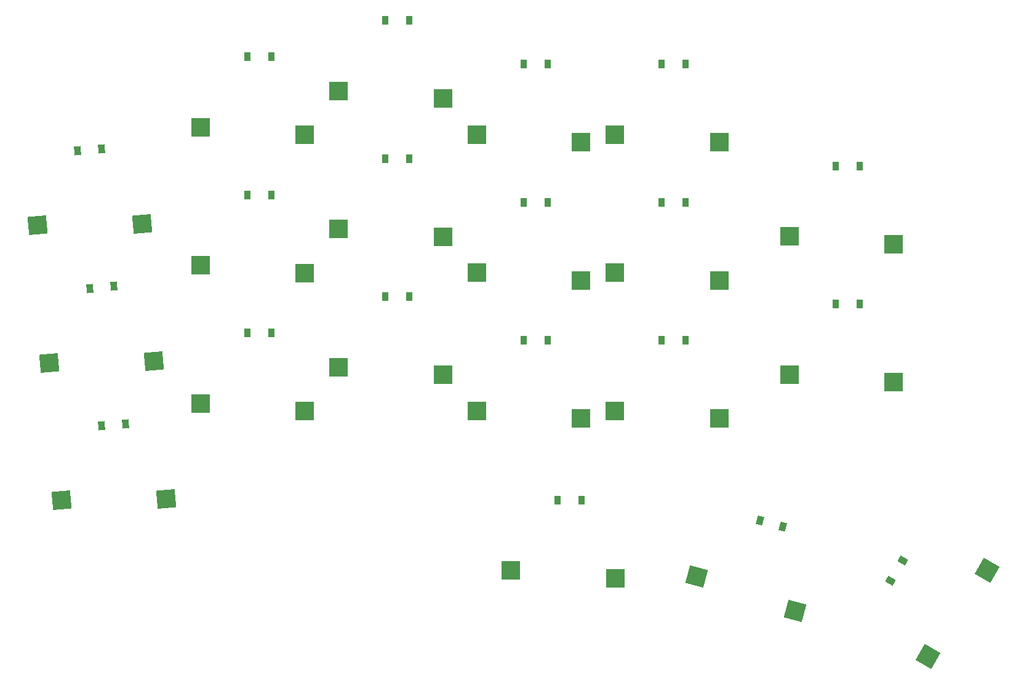
<source format=gbr>
%TF.GenerationSoftware,KiCad,Pcbnew,8.0.0*%
%TF.CreationDate,2024-03-12T02:30:12+01:00*%
%TF.ProjectId,cornish-v1,636f726e-6973-4682-9d76-312e6b696361,v1.0.0*%
%TF.SameCoordinates,Original*%
%TF.FileFunction,Paste,Top*%
%TF.FilePolarity,Positive*%
%FSLAX46Y46*%
G04 Gerber Fmt 4.6, Leading zero omitted, Abs format (unit mm)*
G04 Created by KiCad (PCBNEW 8.0.0) date 2024-03-12 02:30:12*
%MOMM*%
%LPD*%
G01*
G04 APERTURE LIST*
G04 Aperture macros list*
%AMRotRect*
0 Rectangle, with rotation*
0 The origin of the aperture is its center*
0 $1 length*
0 $2 width*
0 $3 Rotation angle, in degrees counterclockwise*
0 Add horizontal line*
21,1,$1,$2,0,0,$3*%
G04 Aperture macros list end*
%ADD10R,0.900000X1.200000*%
%ADD11RotRect,0.900000X1.200000X5.000000*%
%ADD12R,2.550000X2.500000*%
%ADD13RotRect,0.900000X1.200000X60.000000*%
%ADD14RotRect,2.550000X2.500000X5.000000*%
%ADD15RotRect,2.550000X2.500000X345.000000*%
%ADD16RotRect,0.900000X1.200000X345.000000*%
%ADD17RotRect,2.550000X2.500000X60.000000*%
G04 APERTURE END LIST*
D10*
%TO.C,D19*%
X242956796Y-134301108D03*
X246256796Y-134301108D03*
%TD*%
%TO.C,D10*%
X199956795Y-139301109D03*
X203256795Y-139301109D03*
%TD*%
D11*
%TO.C,D1*%
X141943842Y-151100669D03*
X145231284Y-150813055D03*
%TD*%
D10*
%TO.C,D11*%
X199956795Y-120301109D03*
X203256795Y-120301109D03*
%TD*%
D12*
%TO.C,S10*%
X207876795Y-150051109D03*
X193536795Y-149001109D03*
%TD*%
%TO.C,S4*%
X169876796Y-149051108D03*
X155536796Y-148001108D03*
%TD*%
D13*
%TO.C,D18*%
X250463551Y-172433511D03*
X252113551Y-169575627D03*
%TD*%
D12*
%TO.C,S11*%
X207876795Y-131051109D03*
X193536795Y-130001109D03*
%TD*%
D10*
%TO.C,D13*%
X218956795Y-139301109D03*
X222256795Y-139301109D03*
%TD*%
D14*
%TO.C,S3*%
X147458710Y-123264090D03*
X133081765Y-123467899D03*
%TD*%
D12*
%TO.C,S12*%
X207876795Y-112051109D03*
X193536795Y-111001109D03*
%TD*%
D10*
%TO.C,D20*%
X242956796Y-115301108D03*
X246256796Y-115301108D03*
%TD*%
D12*
%TO.C,S13*%
X226876795Y-150051109D03*
X212536795Y-149001109D03*
%TD*%
D10*
%TO.C,D15*%
X218956795Y-101301109D03*
X222256795Y-101301109D03*
%TD*%
D12*
%TO.C,S19*%
X250876795Y-145051109D03*
X236536795Y-144001109D03*
%TD*%
D10*
%TO.C,D7*%
X180956795Y-133301108D03*
X184256795Y-133301108D03*
%TD*%
%TO.C,D12*%
X199956795Y-101301109D03*
X203256795Y-101301109D03*
%TD*%
D14*
%TO.C,S2*%
X149114669Y-142191790D03*
X134737724Y-142395599D03*
%TD*%
D15*
%TO.C,S17*%
X237343529Y-176514455D03*
X223763913Y-171788768D03*
%TD*%
D10*
%TO.C,D14*%
X218956795Y-120301109D03*
X222256795Y-120301109D03*
%TD*%
D12*
%TO.C,S16*%
X212576795Y-172051109D03*
X198236795Y-171001109D03*
%TD*%
D10*
%TO.C,D6*%
X161956796Y-100301108D03*
X165256796Y-100301108D03*
%TD*%
D12*
%TO.C,S7*%
X188876796Y-144051108D03*
X174536796Y-143001108D03*
%TD*%
%TO.C,S20*%
X250876795Y-126051109D03*
X236536795Y-125001109D03*
%TD*%
D10*
%TO.C,D16*%
X204656795Y-161301109D03*
X207956795Y-161301109D03*
%TD*%
D16*
%TO.C,D17*%
X232475700Y-164080906D03*
X235663256Y-164935010D03*
%TD*%
D11*
%TO.C,D2*%
X140287883Y-132172970D03*
X143575325Y-131885356D03*
%TD*%
D10*
%TO.C,D9*%
X180956795Y-95301108D03*
X184256795Y-95301108D03*
%TD*%
D11*
%TO.C,D3*%
X138631925Y-113245271D03*
X141919367Y-112957657D03*
%TD*%
D17*
%TO.C,S18*%
X263733325Y-170949589D03*
X255653998Y-182843393D03*
%TD*%
D10*
%TO.C,D8*%
X180956795Y-114301108D03*
X184256795Y-114301108D03*
%TD*%
%TO.C,D4*%
X161956796Y-138301108D03*
X165256796Y-138301108D03*
%TD*%
%TO.C,D5*%
X161956796Y-119301108D03*
X165256796Y-119301108D03*
%TD*%
D12*
%TO.C,S15*%
X226876795Y-112051109D03*
X212536795Y-111001109D03*
%TD*%
%TO.C,S8*%
X188876796Y-125051108D03*
X174536796Y-124001108D03*
%TD*%
%TO.C,S6*%
X169876795Y-111051109D03*
X155536795Y-110001109D03*
%TD*%
D14*
%TO.C,S1*%
X150770628Y-161119488D03*
X136393683Y-161323297D03*
%TD*%
D12*
%TO.C,S5*%
X169876796Y-130051108D03*
X155536796Y-129001108D03*
%TD*%
%TO.C,S9*%
X188876796Y-106051108D03*
X174536796Y-105001108D03*
%TD*%
%TO.C,S14*%
X226876795Y-131051109D03*
X212536795Y-130001109D03*
%TD*%
M02*

</source>
